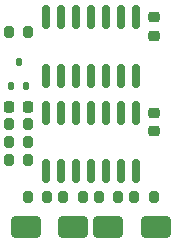
<source format=gbp>
%TF.GenerationSoftware,KiCad,Pcbnew,9.0.4*%
%TF.CreationDate,2026-01-27T00:07:53+00:00*%
%TF.ProjectId,BSPD,42535044-2e6b-4696-9361-645f70636258,1.3.0*%
%TF.SameCoordinates,Original*%
%TF.FileFunction,Paste,Bot*%
%TF.FilePolarity,Positive*%
%FSLAX46Y46*%
G04 Gerber Fmt 4.6, Leading zero omitted, Abs format (unit mm)*
G04 Created by KiCad (PCBNEW 9.0.4) date 2026-01-27 00:07:53*
%MOMM*%
%LPD*%
G01*
G04 APERTURE LIST*
G04 Aperture macros list*
%AMRoundRect*
0 Rectangle with rounded corners*
0 $1 Rounding radius*
0 $2 $3 $4 $5 $6 $7 $8 $9 X,Y pos of 4 corners*
0 Add a 4 corners polygon primitive as box body*
4,1,4,$2,$3,$4,$5,$6,$7,$8,$9,$2,$3,0*
0 Add four circle primitives for the rounded corners*
1,1,$1+$1,$2,$3*
1,1,$1+$1,$4,$5*
1,1,$1+$1,$6,$7*
1,1,$1+$1,$8,$9*
0 Add four rect primitives between the rounded corners*
20,1,$1+$1,$2,$3,$4,$5,0*
20,1,$1+$1,$4,$5,$6,$7,0*
20,1,$1+$1,$6,$7,$8,$9,0*
20,1,$1+$1,$8,$9,$2,$3,0*%
G04 Aperture macros list end*
%ADD10RoundRect,0.200000X0.200000X0.275000X-0.200000X0.275000X-0.200000X-0.275000X0.200000X-0.275000X0*%
%ADD11RoundRect,0.150000X0.150000X-0.825000X0.150000X0.825000X-0.150000X0.825000X-0.150000X-0.825000X0*%
%ADD12RoundRect,0.200000X-0.200000X-0.275000X0.200000X-0.275000X0.200000X0.275000X-0.200000X0.275000X0*%
%ADD13RoundRect,0.225000X0.225000X0.250000X-0.225000X0.250000X-0.225000X-0.250000X0.225000X-0.250000X0*%
%ADD14RoundRect,0.225000X-0.250000X0.225000X-0.250000X-0.225000X0.250000X-0.225000X0.250000X0.225000X0*%
%ADD15RoundRect,0.250000X1.000000X0.650000X-1.000000X0.650000X-1.000000X-0.650000X1.000000X-0.650000X0*%
%ADD16RoundRect,0.112500X0.112500X0.237500X-0.112500X0.237500X-0.112500X-0.237500X0.112500X-0.237500X0*%
G04 APERTURE END LIST*
D10*
X147977940Y-81150000D03*
X146327940Y-81150000D03*
X147977940Y-90500000D03*
X146327940Y-90500000D03*
D11*
X157062940Y-92975000D03*
X155792940Y-92975000D03*
X154522940Y-92975000D03*
X153252940Y-92975000D03*
X151982940Y-92975000D03*
X150712940Y-92975000D03*
X149442940Y-92975000D03*
X149442940Y-88025000D03*
X150712940Y-88025000D03*
X151982940Y-88025000D03*
X153252940Y-88025000D03*
X154522940Y-88025000D03*
X155792940Y-88025000D03*
X157062940Y-88025000D03*
X157062940Y-84875000D03*
X155792940Y-84875000D03*
X154522940Y-84875000D03*
X153252940Y-84875000D03*
X151982940Y-84875000D03*
X150712940Y-84875000D03*
X149442940Y-84875000D03*
X149442940Y-79925000D03*
X150712940Y-79925000D03*
X151982940Y-79925000D03*
X153252940Y-79925000D03*
X154522940Y-79925000D03*
X155792940Y-79925000D03*
X157062940Y-79925000D03*
D12*
X146327940Y-92000000D03*
X147977940Y-92000000D03*
D13*
X147927940Y-87500000D03*
X146377940Y-87500000D03*
D14*
X158602940Y-79925000D03*
X158602940Y-81475000D03*
D12*
X147925000Y-95150000D03*
X149575000Y-95150000D03*
D10*
X158575000Y-95150000D03*
X156925000Y-95150000D03*
D15*
X158750000Y-97650000D03*
X154750000Y-97650000D03*
D12*
X153925000Y-95150000D03*
X155575000Y-95150000D03*
D14*
X158602940Y-88025000D03*
X158602940Y-89575000D03*
D10*
X152575000Y-95150000D03*
X150925000Y-95150000D03*
D12*
X146327940Y-89000000D03*
X147977940Y-89000000D03*
D16*
X147802940Y-85750000D03*
X146502940Y-85750000D03*
X147152940Y-83750000D03*
D15*
X151750000Y-97650000D03*
X147750000Y-97650000D03*
M02*

</source>
